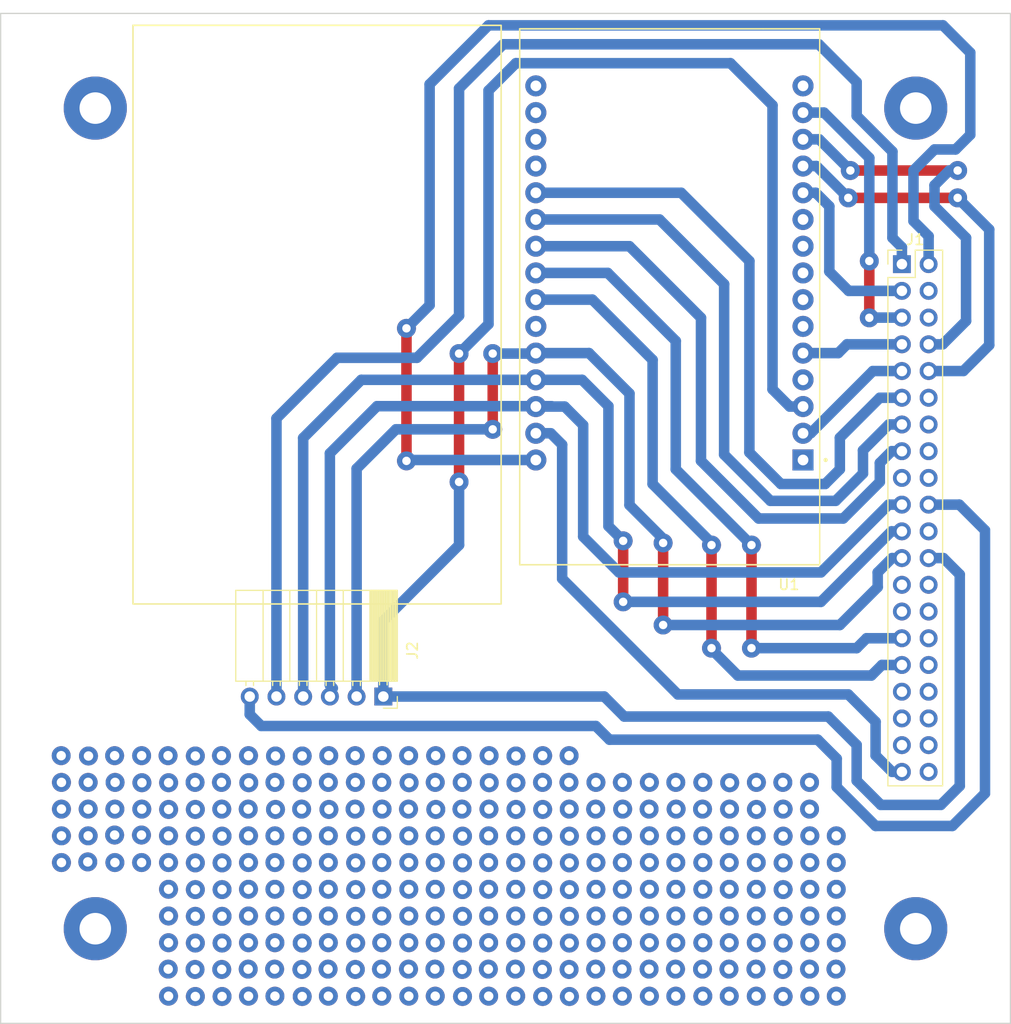
<source format=kicad_pcb>
(kicad_pcb (version 20211014) (generator pcbnew)
  (layers (0 "F.Cu" signal) (31 "B.Cu" signal) (34 "B.Paste" user) (35 "F.Paste" user) (36 "B.SilkS" user "B.Silkscreen") (37 "F.SilkS" user "F.Silkscreen") (38 "B.Mask" user) (39 "F.Mask" user) (44 "Edge.Cuts" user))
  (net 0 "")
  (net 1 "/3.3V")
  (net 2 "/5V")
  (net 3 "/SDA")
  (net 5 "/SCL")
  (net 6 "/GND")
  (net 8 "/TX0")
  (net 9 "/RX0")
  (net 10 "/M0")
  (net 12 "/M1")
  (net 13 "/AUX")
  (net 16 "/MOSI")
  (net 17 "/MISO")
  (net 19 "/SCK")
  (net 20 "/CS")
  (net 24 "/LED1")
  (net 25 "/LED2")
  (net 30 "/INT")
  (footprint "Connector_PinSocket_2.54mm:PinSocket_1x06_P2.54mm_Horizontal" (layer "F.Cu") (at 132.2 103.6 -90)
    (fp_text reference "J2" (at -4.38 -2.77 90) (layer "F.SilkS"))
    (fp_text value "Conn_01x06")
    (pad "1" thru_hole rect (at 0 0 270) (size 1.7 1.7) (drill 1) (layers *.Cu *.Mask) (net 20 "/CS"))
    (pad "2" thru_hole oval (at 0 2.54 270) (size 1.7 1.7) (drill 1) (layers *.Cu *.Mask) (net 19 "/SCK"))
    (pad "3" thru_hole oval (at 0 5.08 270) (size 1.7 1.7) (drill 1) (layers *.Cu *.Mask) (net 16 "/MOSI"))
    (pad "4" thru_hole oval (at 0 7.62 270) (size 1.7 1.7) (drill 1) (layers *.Cu *.Mask) (net 17 "/MISO"))
    (pad "5" thru_hole oval (at 0 10.16 270) (size 1.7 1.7) (drill 1) (layers *.Cu *.Mask) (net 1 "/3.3V"))
    (pad "6" thru_hole oval (at 0 12.7 270) (size 1.7 1.7) (drill 1) (layers *.Cu *.Mask) (net 6 "/GND"))
  )
  (footprint "Guilherme:ESP32_DEVKIT_V1_sem" (layer "F.Cu") (at 159.4 65.6 180)
    (fp_text reference "U1" (at -11.355 -27.36 180) (layer "F.SilkS"))
    (fp_text value "ESP32-DEVKIT-V1")
    (pad "1" thru_hole rect (at -12.7 -15.515 180) (size 2 2) (drill 1.02) (layers *.Cu *.Mask))
    (pad "2" thru_hole circle (at -12.7 -12.975 180) (size 2 2) (drill 1.02) (layers *.Cu *.Mask) (net 6 "/GND"))
    (pad "3" thru_hole circle (at -12.7 -10.435 180) (size 2 2) (drill 1.02) (layers *.Cu *.Mask) (net 20 "/CS"))
    (pad "4" thru_hole circle (at -12.7 -7.895 180) (size 2 2) (drill 1.02) (layers *.Cu *.Mask))
    (pad "5" thru_hole circle (at -12.7 -5.355 180) (size 2 2) (drill 1.02) (layers *.Cu *.Mask) (net 30 "/INT"))
    (pad "6" thru_hole circle (at -12.7 -2.815 180) (size 2 2) (drill 1.02) (layers *.Cu *.Mask))
    (pad "7" thru_hole circle (at -12.7 -0.275 180) (size 2 2) (drill 1.02) (layers *.Cu *.Mask))
    (pad "8" thru_hole circle (at -12.7 2.265 180) (size 2 2) (drill 1.02) (layers *.Cu *.Mask))
    (pad "9" thru_hole circle (at -12.7 4.805 180) (size 2 2) (drill 1.02) (layers *.Cu *.Mask))
    (pad "10" thru_hole circle (at -12.7 7.345 180) (size 2 2) (drill 1.02) (layers *.Cu *.Mask))
    (pad "11" thru_hole circle (at -12.7 9.885 180) (size 2 2) (drill 1.02) (layers *.Cu *.Mask) (net 3 "/SDA"))
    (pad "12" thru_hole circle (at -12.7 12.425 180) (size 2 2) (drill 1.02) (layers *.Cu *.Mask) (net 9 "/RX0"))
    (pad "13" thru_hole circle (at -12.7 14.965 180) (size 2 2) (drill 1.02) (layers *.Cu *.Mask) (net 8 "/TX0"))
    (pad "14" thru_hole circle (at -12.7 17.505 180) (size 2 2) (drill 1.02) (layers *.Cu *.Mask) (net 5 "/SCL"))
    (pad "15" thru_hole circle (at -12.7 20.045 180) (size 2 2) (drill 1.02) (layers *.Cu *.Mask))
    (pad "16" thru_hole circle (at 12.7 20.045 180) (size 2 2) (drill 1.02) (layers *.Cu *.Mask))
    (pad "17" thru_hole circle (at 12.7 17.505 180) (size 2 2) (drill 1.02) (layers *.Cu *.Mask))
    (pad "18" thru_hole circle (at 12.7 14.965 180) (size 2 2) (drill 1.02) (layers *.Cu *.Mask))
    (pad "19" thru_hole circle (at 12.7 12.425 180) (size 2 2) (drill 1.02) (layers *.Cu *.Mask))
    (pad "20" thru_hole circle (at 12.7 9.885 180) (size 2 2) (drill 1.02) (layers *.Cu *.Mask) (net 13 "/AUX"))
    (pad "21" thru_hole circle (at 12.7 7.345 180) (size 2 2) (drill 1.02) (layers *.Cu *.Mask) (net 10 "/M0"))
    (pad "22" thru_hole circle (at 12.7 4.805 180) (size 2 2) (drill 1.02) (layers *.Cu *.Mask) (net 12 "/M1"))
    (pad "23" thru_hole circle (at 12.7 2.265 180) (size 2 2) (drill 1.02) (layers *.Cu *.Mask) (net 24 "/LED1"))
    (pad "24" thru_hole circle (at 12.7 -0.275 180) (size 2 2) (drill 1.02) (layers *.Cu *.Mask) (net 25 "/LED2"))
    (pad "25" thru_hole circle (at 12.7 -2.815 180) (size 2 2) (drill 1.02) (layers *.Cu *.Mask))
    (pad "26" thru_hole circle (at 12.7 -5.355 180) (size 2 2) (drill 1.02) (layers *.Cu *.Mask) (net 19 "/SCK"))
    (pad "27" thru_hole circle (at 12.7 -7.895 180) (size 2 2) (drill 1.02) (layers *.Cu *.Mask) (net 17 "/MISO"))
    (pad "28" thru_hole circle (at 12.7 -10.435 180) (size 2 2) (drill 1.02) (layers *.Cu *.Mask) (net 16 "/MOSI"))
    (pad "29" thru_hole circle (at 12.7 -12.975 180) (size 2 2) (drill 1.02) (layers *.Cu *.Mask) (net 6 "/GND"))
    (pad "30" thru_hole circle (at 12.7 -15.515 180) (size 2 2) (drill 1.02) (layers *.Cu *.Mask) (net 2 "/5V"))
  )
  (footprint "Guilherme:OBSAT-Board" (layer "F.Cu") (at 181.5 62.5)
    (fp_text reference "J1" (at 1.27 -2.33) (layer "F.SilkS"))
    (fp_text value "Conn_02x20_Odd_Even")
    (fp_line (start 10.318 72.167) (end -85.682 72.167) (layer "Edge.Cuts") (width 0.12))
    (fp_line (start -85.682 -23.833) (end -85.682 72.167) (layer "Edge.Cuts") (width 0.12))
    (fp_line (start -85.682 -23.833) (end 10.318 -23.833) (layer "Edge.Cuts") (width 0.12))
    (fp_line (start 10.318 -23.833) (end 10.318 72.167) (layer "Edge.Cuts") (width 0.12))
    (pad "" thru_hole circle (at -76.682 63.167) (size 6 6) (drill 3) (layers *.Cu *.Mask))
    (pad "" thru_hole circle (at 1.318 -14.833) (size 6 6) (drill 3) (layers *.Cu *.Mask))
    (pad "" thru_hole circle (at 1.318 63.167) (size 6 6) (drill 3) (layers *.Cu *.Mask))
    (pad "" thru_hole circle (at -76.682 -14.833) (size 6 6) (drill 3) (layers *.Cu *.Mask))
    (pad "1" thru_hole rect (at 0 0) (size 1.7 1.7) (drill 1) (layers *.Cu *.Mask) (net 1 "/3.3V"))
    (pad "2" thru_hole oval (at 2.54 0) (size 1.7 1.7) (drill 1) (layers *.Cu *.Mask) (net 2 "/5V"))
    (pad "3" thru_hole oval (at 0 2.54) (size 1.7 1.7) (drill 1) (layers *.Cu *.Mask) (net 3 "/SDA"))
    (pad "4" thru_hole oval (at 2.54 2.54) (size 1.7 1.7) (drill 1) (layers *.Cu *.Mask))
    (pad "5" thru_hole oval (at 0 5.08) (size 1.7 1.7) (drill 1) (layers *.Cu *.Mask) (net 5 "/SCL"))
    (pad "6" thru_hole oval (at 2.54 5.08) (size 1.7 1.7) (drill 1) (layers *.Cu *.Mask) (net 6 "/GND"))
    (pad "7" thru_hole oval (at 0 7.62) (size 1.7 1.7) (drill 1) (layers *.Cu *.Mask) (net 30 "/INT"))
    (pad "8" thru_hole oval (at 2.54 7.62) (size 1.7 1.7) (drill 1) (layers *.Cu *.Mask) (net 8 "/TX0"))
    (pad "9" thru_hole oval (at 0 10.16) (size 1.7 1.7) (drill 1) (layers *.Cu *.Mask) (net 6 "/GND"))
    (pad "10" thru_hole oval (at 2.54 10.16) (size 1.7 1.7) (drill 1) (layers *.Cu *.Mask) (net 9 "/RX0"))
    (pad "11" thru_hole oval (at 0 12.7) (size 1.7 1.7) (drill 1) (layers *.Cu *.Mask) (net 13 "/AUX"))
    (pad "12" thru_hole oval (at 2.54 12.7) (size 1.7 1.7) (drill 1) (layers *.Cu *.Mask))
    (pad "13" thru_hole oval (at 0 15.24) (size 1.7 1.7) (drill 1) (layers *.Cu *.Mask) (net 10 "/M0"))
    (pad "14" thru_hole oval (at 2.54 15.24) (size 1.7 1.7) (drill 1) (layers *.Cu *.Mask) (net 6 "/GND"))
    (pad "15" thru_hole oval (at 0 17.78) (size 1.7 1.7) (drill 1) (layers *.Cu *.Mask) (net 12 "/M1"))
    (pad "16" thru_hole oval (at 2.54 17.78) (size 1.7 1.7) (drill 1) (layers *.Cu *.Mask))
    (pad "17" thru_hole oval (at 0 20.32) (size 1.7 1.7) (drill 1) (layers *.Cu *.Mask) (net 1 "/3.3V"))
    (pad "18" thru_hole oval (at 2.54 20.32) (size 1.7 1.7) (drill 1) (layers *.Cu *.Mask))
    (pad "19" thru_hole oval (at 0 22.86) (size 1.7 1.7) (drill 1) (layers *.Cu *.Mask) (net 16 "/MOSI"))
    (pad "20" thru_hole oval (at 2.54 22.86) (size 1.7 1.7) (drill 1) (layers *.Cu *.Mask) (net 6 "/GND"))
    (pad "21" thru_hole oval (at 0 25.4) (size 1.7 1.7) (drill 1) (layers *.Cu *.Mask) (net 17 "/MISO"))
    (pad "22" thru_hole oval (at 2.54 25.4) (size 1.7 1.7) (drill 1) (layers *.Cu *.Mask))
    (pad "23" thru_hole oval (at 0 27.94) (size 1.7 1.7) (drill 1) (layers *.Cu *.Mask) (net 19 "/SCK"))
    (pad "24" thru_hole oval (at 2.54 27.94) (size 1.7 1.7) (drill 1) (layers *.Cu *.Mask) (net 20 "/CS"))
    (pad "25" thru_hole oval (at 0 30.48) (size 1.7 1.7) (drill 1) (layers *.Cu *.Mask) (net 6 "/GND"))
    (pad "26" thru_hole oval (at 2.54 30.48) (size 1.7 1.7) (drill 1) (layers *.Cu *.Mask))
    (pad "27" thru_hole oval (at 0 33.02) (size 1.7 1.7) (drill 1) (layers *.Cu *.Mask))
    (pad "28" thru_hole oval (at 2.54 33.02) (size 1.7 1.7) (drill 1) (layers *.Cu *.Mask))
    (pad "29" thru_hole oval (at 0 35.56) (size 1.7 1.7) (drill 1) (layers *.Cu *.Mask) (net 24 "/LED1"))
    (pad "30" thru_hole oval (at 2.54 35.56) (size 1.7 1.7) (drill 1) (layers *.Cu *.Mask) (net 6 "/GND"))
    (pad "31" thru_hole oval (at 0 38.1) (size 1.7 1.7) (drill 1) (layers *.Cu *.Mask) (net 25 "/LED2"))
    (pad "32" thru_hole oval (at 2.54 38.1) (size 1.7 1.7) (drill 1) (layers *.Cu *.Mask))
    (pad "33" thru_hole oval (at 0 40.64) (size 1.7 1.7) (drill 1) (layers *.Cu *.Mask))
    (pad "34" thru_hole oval (at 2.54 40.64) (size 1.7 1.7) (drill 1) (layers *.Cu *.Mask) (net 6 "/GND"))
    (pad "35" thru_hole oval (at 0 43.18) (size 1.7 1.7) (drill 1) (layers *.Cu *.Mask))
    (pad "36" thru_hole oval (at 2.54 43.18) (size 1.7 1.7) (drill 1) (layers *.Cu *.Mask))
    (pad "37" thru_hole oval (at 0 45.72) (size 1.7 1.7) (drill 1) (layers *.Cu *.Mask))
    (pad "38" thru_hole oval (at 2.54 45.72) (size 1.7 1.7) (drill 1) (layers *.Cu *.Mask))
    (pad "39" thru_hole oval (at 0 48.26) (size 1.7 1.7) (drill 1) (layers *.Cu *.Mask) (net 6 "/GND"))
    (pad "40" thru_hole oval (at 2.54 48.26) (size 1.7 1.7) (drill 1) (layers *.Cu *.Mask))
  )
  (gr_rect (start 108.4 39.8) (end 143.4 94.8) (layer "F.SilkS") (width 0.15) (fill none))
  (via (at 147.32 129.54) (size 1.8) (drill 0.9) (layers "F.Cu" "B.Cu") (net 0))
  (via (at 106.699538 111.76) (size 1.8) (drill 0.9) (layers "F.Cu" "B.Cu") (net 0))
  (via (at 139.7 129.54) (size 1.8) (drill 0.9) (layers "F.Cu" "B.Cu") (net 0))
  (via (at 114.302791 111.76) (size 1.8) (drill 0.9) (layers "F.Cu" "B.Cu") (net 0))
  (via (at 139.728804 132.110783) (size 1.8) (drill 0.9) (layers "F.Cu" "B.Cu") (net 0))
  (via (at 121.948804 114.330783) (size 1.8) (drill 0.9) (layers "F.Cu" "B.Cu") (net 0))
  (via (at 172.72 114.3) (size 1.8) (drill 0.9) (layers "F.Cu" "B.Cu") (net 0))
  (via (at 137.188804 114.330783) (size 1.8) (drill 0.9) (layers "F.Cu" "B.Cu") (net 0))
  (via (at 142.214879 124.46) (size 1.8) (drill 0.9) (layers "F.Cu" "B.Cu") (net 0))
  (via (at 114.328804 132.110783) (size 1.8) (drill 0.9) (layers "F.Cu" "B.Cu") (net 0))
  (via (at 104.14 114.3) (size 1.8) (drill 0.9) (layers "F.Cu" "B.Cu") (net 0))
  (via (at 160.006044 111.76) (size 1.8) (drill 0.9) (layers "F.Cu" "B.Cu") (net 0))
  (via (at 119.353987 129.509217) (size 1.8) (drill 0.9) (layers "F.Cu" "B.Cu") (net 0))
  (via (at 154.926044 116.84) (size 1.8) (drill 0.9) (layers "F.Cu" "B.Cu") (net 0))
  (via (at 142.268804 111.790783) (size 1.8) (drill 0.9) (layers "F.Cu" "B.Cu") (net 0))
  (via (at 134.622791 127) (size 1.8) (drill 0.9) (layers "F.Cu" "B.Cu") (net 0))
  (via (at 167.653956 132.08) (size 1.8) (drill 0.9) (layers "F.Cu" "B.Cu") (net 0))
  (via (at 154.926044 111.76) (size 1.8) (drill 0.9) (layers "F.Cu" "B.Cu") (net 0))
  (via (at 124.488804 109.250783) (size 1.8) (drill 0.9) (layers "F.Cu" "B.Cu") (net 0))
  (via (at 104.103221 119.317317) (size 1.8) (drill 0.9) (layers "F.Cu" "B.Cu") (net 0))
  (via (at 162.573956 121.92) (size 1.8) (drill 0.9) (layers "F.Cu" "B.Cu") (net 0))
  (via (at 134.594879 114.3) (size 1.8) (drill 0.9) (layers "F.Cu" "B.Cu") (net 0))
  (via (at 162.573956 127) (size 1.8) (drill 0.9) (layers "F.Cu" "B.Cu") (net 0))
  (via (at 157.493956 121.92) (size 1.8) (drill 0.9) (layers "F.Cu" "B.Cu") (net 0))
  (via (at 154.926044 121.92) (size 1.8) (drill 0.9) (layers "F.Cu" "B.Cu") (net 0))
  (via (at 132.054879 127) (size 1.8) (drill 0.9) (layers "F.Cu" "B.Cu") (net 0))
  (via (at 165.086044 116.84) (size 1.8) (drill 0.9) (layers "F.Cu" "B.Cu") (net 0))
  (via (at 167.653956 127) (size 1.8) (drill 0.9) (layers "F.Cu" "B.Cu") (net 0))
  (via (at 160.006044 121.92) (size 1.8) (drill 0.9) (layers "F.Cu" "B.Cu") (net 0))
  (via (at 170.208804 127.030783) (size 1.8) (drill 0.9) (layers "F.Cu" "B.Cu") (net 0))
  (via (at 160.006044 132.08) (size 1.8) (drill 0.9) (layers "F.Cu" "B.Cu") (net 0))
  (via (at 167.667912 111.76) (size 1.8) (drill 0.9) (layers "F.Cu" "B.Cu") (net 0))
  (via (at 170.18 111.76) (size 1.8) (drill 0.9) (layers "F.Cu" "B.Cu") (net 0))
  (via (at 111.734879 109.22) (size 1.8) (drill 0.9) (layers "F.Cu" "B.Cu") (net 0))
  (via (at 149.888804 124.490783) (size 1.8) (drill 0.9) (layers "F.Cu" "B.Cu") (net 0))
  (via (at 121.894879 121.92) (size 1.8) (drill 0.9) (layers "F.Cu" "B.Cu") (net 0))
  (via (at 139.728804 124.490783) (size 1.8) (drill 0.9) (layers "F.Cu" "B.Cu") (net 0))
  (via (at 172.747912 116.84) (size 1.8) (drill 0.9) (layers "F.Cu" "B.Cu") (net 0))
  (via (at 121.894879 127) (size 1.8) (drill 0.9) (layers "F.Cu" "B.Cu") (net 0))
  (via (at 149.888804 116.870783) (size 1.8) (drill 0.9) (layers "F.Cu" "B.Cu") (net 0))
  (via (at 119.382791 132.08) (size 1.8) (drill 0.9) (layers "F.Cu" "B.Cu") (net 0))
  (via (at 162.546044 114.3) (size 1.8) (drill 0.9) (layers "F.Cu" "B.Cu") (net 0))
  (via (at 109.22 119.38) (size 1.8) (drill 0.9) (layers "F.Cu" "B.Cu") (net 0))
  (via (at 149.888804 119.410783) (size 1.8) (drill 0.9) (layers "F.Cu" "B.Cu") (net 0))
  (via (at 111.788804 114.330783) (size 1.8) (drill 0.9) (layers "F.Cu" "B.Cu") (net 0))
  (via (at 175.26 121.92) (size 1.8) (drill 0.9) (layers "F.Cu" "B.Cu") (net 0))
  (via (at 165.086044 119.38) (size 1.8) (drill 0.9) (layers "F.Cu" "B.Cu") (net 0))
  (via (at 172.747912 124.46) (size 1.8) (drill 0.9) (layers "F.Cu" "B.Cu") (net 0))
  (via (at 157.493956 124.46) (size 1.8) (drill 0.9) (layers "F.Cu" "B.Cu") (net 0))
  (via (at 144.753987 129.509217) (size 1.8) (drill 0.9) (layers "F.Cu" "B.Cu") (net 0))
  (via (at 106.655183 116.765355) (size 1.8) (drill 0.9) (layers "F.Cu" "B.Cu") (net 0))
  (via (at 165.086044 132.08) (size 1.8) (drill 0.9) (layers "F.Cu" "B.Cu") (net 0))
  (via (at 101.6 119.38) (size 1.8) (drill 0.9) (layers "F.Cu" "B.Cu") (net 0))
  (via (at 126.974879 127) (size 1.8) (drill 0.9) (layers "F.Cu" "B.Cu") (net 0))
  (via (at 127.013956 109.22) (size 1.8) (drill 0.9) (layers "F.Cu" "B.Cu") (net 0))
  (via (at 165.128804 111.790783) (size 1.8) (drill 0.9) (layers "F.Cu" "B.Cu") (net 0))
  (via (at 132.054879 116.84) (size 1.8) (drill 0.9) (layers "F.Cu" "B.Cu") (net 0))
  (via (at 172.719108 129.509217) (size 1.8) (drill 0.9) (layers "F.Cu" "B.Cu") (net 0))
  (via (at 104.14 111.76) (size 1.8) (drill 0.9) (layers "F.Cu" "B.Cu") (net 0))
  (via (at 139.728804 116.870783) (size 1.8) (drill 0.9) (layers "F.Cu" "B.Cu") (net 0))
  (via (at 119.382791 121.92) (size 1.8) (drill 0.9) (layers "F.Cu" "B.Cu") (net 0))
  (via (at 129.568804 127.030783) (size 1.8) (drill 0.9) (layers "F.Cu" "B.Cu") (net 0))
  (via (at 124.488804 119.410783) (size 1.8) (drill 0.9) (layers "F.Cu" "B.Cu") (net 0))
  (via (at 129.568804 119.410783) (size 1.8) (drill 0.9) (layers "F.Cu" "B.Cu") (net 0))
  (via (at 159.97724 129.509217) (size 1.8) (drill 0.9) (layers "F.Cu" "B.Cu") (net 0))
  (via (at 162.545152 129.509217) (size 1.8) (drill 0.9) (layers "F.Cu" "B.Cu") (net 0))
  (via (at 172.747912 127) (size 1.8) (drill 0.9) (layers "F.Cu" "B.Cu") (net 0))
  (via (at 167.668804 114.330783) (size 1.8) (drill 0.9) (layers "F.Cu" "B.Cu") (net 0))
  (via (at 134.622791 121.92) (size 1.8) (drill 0.9) (layers "F.Cu" "B.Cu") (net 0))
  (via (at 167.653956 119.38) (size 1.8) (drill 0.9) (layers "F.Cu" "B.Cu") (net 0))
  (via (at 142.186075 129.509217) (size 1.8) (drill 0.9) (layers "F.Cu" "B.Cu") (net 0))
  (via (at 142.253956 109.22) (size 1.8) (drill 0.9) (layers "F.Cu" "B.Cu") (net 0))
  (via (at 116.868804 121.950783) (size 1.8) (drill 0.9) (layers "F.Cu" "B.Cu") (net 0))
  (via (at 116.84 129.54) (size 1.8) (drill 0.9) (layers "F.Cu" "B.Cu") (net 0))
  (via (at 126.974879 116.84) (size 1.8) (drill 0.9) (layers "F.Cu" "B.Cu") (net 0))
  (via (at 134.622791 124.46) (size 1.8) (drill 0.9) (layers "F.Cu" "B.Cu") (net 0))
  (via (at 126.974879 121.92) (size 1.8) (drill 0.9) (layers "F.Cu" "B.Cu") (net 0))
  (via (at 121.894879 116.84) (size 1.8) (drill 0.9) (layers "F.Cu" "B.Cu") (net 0))
  (via (at 119.382791 127) (size 1.8) (drill 0.9) (layers "F.Cu" "B.Cu") (net 0))
  (via (at 175.26 132.08) (size 1.8) (drill 0.9) (layers "F.Cu" "B.Cu") (net 0))
  (via (at 116.814879 109.22) (size 1.8) (drill 0.9) (layers "F.Cu" "B.Cu") (net 0))
  (via (at 106.68 119.38) (size 1.8) (drill 0.9) (layers "F.Cu" "B.Cu") (net 0))
  (via (at 160.006044 124.46) (size 1.8) (drill 0.9) (layers "F.Cu" "B.Cu") (net 0))
  (via (at 172.747912 132.08) (size 1.8) (drill 0.9) (layers "F.Cu" "B.Cu") (net 0))
  (via (at 167.625152 129.509217) (size 1.8) (drill 0.9) (layers "F.Cu" "B.Cu") (net 0))
  (via (at 139.728804 127.030783) (size 1.8) (drill 0.9) (layers "F.Cu" "B.Cu") (net 0))
  (via (at 152.413956 116.84) (size 1.8) (drill 0.9) (layers "F.Cu" "B.Cu") (net 0))
  (via (at 162.573956 124.46) (size 1.8) (drill 0.9) (layers "F.Cu" "B.Cu") (net 0))
  (via (at 175.26 124.46) (size 1.8) (drill 0.9) (layers "F.Cu" "B.Cu") (net 0))
  (via (at 126.974879 111.76) (size 1.8) (drill 0.9) (layers "F.Cu" "B.Cu") (net 0))
  (via (at 160.006044 127) (size 1.8) (drill 0.9) (layers "F.Cu" "B.Cu") (net 0))
  (via (at 124.488804 116.870783) (size 1.8) (drill 0.9) (layers "F.Cu" "B.Cu") (net 0))
  (via (at 149.846044 111.76) (size 1.8) (drill 0.9) (layers "F.Cu" "B.Cu") (net 0))
  (via (at 129.568804 116.870783) (size 1.8) (drill 0.9) (layers "F.Cu" "B.Cu") (net 0))
  (via (at 149.888804 132.110783) (size 1.8) (drill 0.9) (layers "F.Cu" "B.Cu") (net 0))
  (via (at 170.18 129.54) (size 1.8) (drill 0.9) (layers "F.Cu" "B.Cu") (net 0))
  (via (at 170.208804 132.110783) (size 1.8) (drill 0.9) (layers "F.Cu" "B.Cu") (net 0))
  (via (at 167.653956 121.92) (size 1.8) (drill 0.9) (layers "F.Cu" "B.Cu") (net 0))
  (via (at 137.134879 124.46) (size 1.8) (drill 0.9) (layers "F.Cu" "B.Cu") (net 0))
  (via (at 157.493956 119.38) (size 1.8) (drill 0.9) (layers "F.Cu" "B.Cu") (net 0))
  (via (at 165.086044 124.46) (size 1.8) (drill 0.9) (layers "F.Cu" "B.Cu") (net 0))
  (via (at 109.207145 116.765355) (size 1.8) (drill 0.9) (layers "F.Cu" "B.Cu") (net 0))
  (via (at 121.894879 132.08) (size 1.8) (drill 0.9) (layers "F.Cu" "B.Cu") (net 0))
  (via (at 101.6 111.76) (size 1.8) (drill 0.9) (layers "F.Cu" "B.Cu") (net 0))
  (via (at 157.493956 132.08) (size 1.8) (drill 0.9) (layers "F.Cu" "B.Cu") (net 0))
  (via (at 129.526044 109.22) (size 1.8) (drill 0.9) (layers "F.Cu" "B.Cu") (net 0))
  (via (at 175.26 119.38) (size 1.8) (drill 0.9) (layers "F.Cu" "B.Cu") (net 0))
  (via (at 139.728804 121.950783) (size 1.8) (drill 0.9) (layers "F.Cu" "B.Cu") (net 0))
  (via (at 160.006044 116.84) (size 1.8) (drill 0.9) (layers "F.Cu" "B.Cu") (net 0))
  (via (at 132.054879 121.92) (size 1.8) (drill 0.9) (layers "F.Cu" "B.Cu") (net 0))
  (via (at 152.413956 119.38) (size 1.8) (drill 0.9) (layers "F.Cu" "B.Cu") (net 0))
  (via (at 111.779538 127) (size 1.8) (drill 0.9) (layers "F.Cu" "B.Cu") (net 0))
  (via (at 144.782791 121.92) (size 1.8) (drill 0.9) (layers "F.Cu" "B.Cu") (net 0))
  (via (at 157.466044 114.3) (size 1.8) (drill 0.9) (layers "F.Cu" "B.Cu") (net 0))
  (via (at 175.231196 129.509217) (size 1.8) (drill 0.9) (layers "F.Cu" "B.Cu") (net 0))
  (via (at 144.808804 109.250783) (size 1.8) (drill 0.9) (layers "F.Cu" "B.Cu") (net 0))
  (via (at 129.542791 111.76) (size 1.8) (drill 0.9) (layers "F.Cu" "B.Cu") (net 0))
  (via (at 114.328804 116.870783) (size 1.8) (drill 0.9) (layers "F.Cu" "B.Cu") (net 0))
  (via (at 147.348804 121.950783) (size 1.8) (drill 0.9) (layers "F.Cu" "B.Cu") (net 0))
  (via (at 172.747912 121.92) (size 1.8) (drill 0.9) (layers "F.Cu" "B.Cu") (net 0))
  (via (at 124.488804 127.030783) (size 1.8) (drill 0.9) (layers "F.Cu" "B.Cu") (net 0))
  (via (at 160.006044 119.38) (size 1.8) (drill 0.9) (layers "F.Cu" "B.Cu") (net 0))
  (via (at 111.779538 119.38) (size 1.8) (drill 0.9) (layers "F.Cu" "B.Cu") (net 0))
  (via (at 104.14 116.84) (size 1.8) (drill 0.9) (layers "F.Cu" "B.Cu") (net 0))
  (via (at 170.208804 124.490783) (size 1.8) (drill 0.9) (layers "F.Cu" "B.Cu") (net 0))
  (via (at 124.488804 121.950783) (size 1.8) (drill 0.9) (layers "F.Cu" "B.Cu") (net 0))
  (via (at 132.054879 111.76) (size 1.8) (drill 0.9) (layers "F.Cu" "B.Cu") (net 0))
  (via (at 167.653956 124.46) (size 1.8) (drill 0.9) (layers "F.Cu" "B.Cu") (net 0))
  (via (at 114.3 129.54) (size 1.8) (drill 0.9) (layers "F.Cu" "B.Cu") (net 0))
  (via (at 121.894879 111.76) (size 1.8) (drill 0.9) (layers "F.Cu" "B.Cu") (net 0))
  (via (at 126.974879 119.38) (size 1.8) (drill 0.9) (layers "F.Cu" "B.Cu") (net 0))
  (via (at 144.782791 127) (size 1.8) (drill 0.9) (layers "F.Cu" "B.Cu") (net 0))
  (via (at 170.208804 116.870783) (size 1.8) (drill 0.9) (layers "F.Cu" "B.Cu") (net 0))
  (via (at 137.134879 121.92) (size 1.8) (drill 0.9) (layers "F.Cu" "B.Cu") (net 0))
  (via (at 119.382791 124.46) (size 1.8) (drill 0.9) (layers "F.Cu" "B.Cu") (net 0))
  (via (at 116.868804 124.490783) (size 1.8) (drill 0.9) (layers "F.Cu" "B.Cu") (net 0))
  (via (at 152.413956 124.46) (size 1.8) (drill 0.9) (layers "F.Cu" "B.Cu") (net 0))
  (via (at 162.573956 132.08) (size 1.8) (drill 0.9) (layers "F.Cu" "B.Cu") (net 0))
  (via (at 101.574879 109.22) (size 1.8) (drill 0.9) (layers "F.Cu" "B.Cu") (net 0))
  (via (at 111.779538 121.92) (size 1.8) (drill 0.9) (layers "F.Cu" "B.Cu") (net 0))
  (via (at 116.868804 132.110783) (size 1.8) (drill 0.9) (layers "F.Cu" "B.Cu") (net 0))
  (via (at 152.413956 127) (size 1.8) (drill 0.9) (layers "F.Cu" "B.Cu") (net 0))
  (via (at 147.348804 116.870783) (size 1.8) (drill 0.9) (layers "F.Cu" "B.Cu") (net 0))
  (via (at 142.242791 114.3) (size 1.8) (drill 0.9) (layers "F.Cu" "B.Cu") (net 0))
  (via (at 132.054879 132.08) (size 1.8) (drill 0.9) (layers "F.Cu" "B.Cu") (net 0))
  (via (at 134.622791 119.38) (size 1.8) (drill 0.9) (layers "F.Cu" "B.Cu") (net 0))
  (via (at 147.348804 132.110783) (size 1.8) (drill 0.9) (layers "F.Cu" "B.Cu") (net 0))
  (via (at 157.493956 111.76) (size 1.8) (drill 0.9) (layers "F.Cu" "B.Cu") (net 0))
  (via (at 104.168804 109.250783) (size 1.8) (drill 0.9) (layers "F.Cu" "B.Cu") (net 0))
  (via (at 154.89724 129.509217) (size 1.8) (drill 0.9) (layers "F.Cu" "B.Cu") (net 0))
  (via (at 154.926044 132.08) (size 1.8) (drill 0.9) (layers "F.Cu" "B.Cu") (net 0))
  (via (at 134.606044 109.22) (size 1.8) (drill 0.9) (layers "F.Cu" "B.Cu") (net 0))
  (via (at 137.134879 119.38) (size 1.8) (drill 0.9) (layers "F.Cu" "B.Cu") (net 0))
  (via (at 157.493956 127) (size 1.8) (drill 0.9) (layers "F.Cu" "B.Cu") (net 0))
  (via (at 121.894879 124.46) (size 1.8) (drill 0.9) (layers "F.Cu" "B.Cu") (net 0))
  (via (at 147.348804 127.030783) (size 1.8) (drill 0.9) (layers "F.Cu" "B.Cu") (net 0))
  (via (at 165.086044 121.92) (size 1.8) (drill 0.9) (layers "F.Cu" "B.Cu") (net 0))
  (via (at 129.568804 121.950783) (size 1.8) (drill 0.9) (layers "F.Cu" "B.Cu") (net 0))
  (via (at 170.208804 119.410783) (size 1.8) (drill 0.9) (layers "F.Cu" "B.Cu") (net 0))
  (via (at 149.873956 114.3) (size 1.8) (drill 0.9) (layers "F.Cu" "B.Cu") (net 0))
  (via (at 126.974879 132.08) (size 1.8) (drill 0.9) (layers "F.Cu" "B.Cu") (net 0))
  (via (at 109.222791 109.22) (size 1.8) (drill 0.9) (layers "F.Cu" "B.Cu") (net 0))
  (via (at 165.05724 129.509217) (size 1.8) (drill 0.9) (layers "F.Cu" "B.Cu") (net 0))
  (via (at 154.926044 124.46) (size 1.8) (drill 0.9) (layers "F.Cu" "B.Cu") (net 0))
  (via (at 165.086044 127) (size 1.8) (drill 0.9) (layers "F.Cu" "B.Cu") (net 0))
  (via (at 165.113956 114.3) (size 1.8) (drill 0.9) (layers "F.Cu" "B.Cu") (net 0))
  (via (at 116.814879 111.76) (size 1.8) (drill 0.9) (layers "F.Cu" "B.Cu") (net 0))
  (via (at 134.648804 111.790783) (size 1.8) (drill 0.9) (layers "F.Cu" "B.Cu") (net 0))
  (via (at 172.747912 119.38) (size 1.8) (drill 0.9) (layers "F.Cu" "B.Cu") (net 0))
  (via (at 137.173956 109.22) (size 1.8) (drill 0.9) (layers "F.Cu" "B.Cu") (net 0))
  (via (at 144.782791 116.84) (size 1.8) (drill 0.9) (layers "F.Cu" "B.Cu") (net 0))
  (via (at 129.54 129.54) (size 1.8) (drill 0.9) (layers "F.Cu" "B.Cu") (net 0))
  (via (at 124.488804 124.490783) (size 1.8) (drill 0.9) (layers "F.Cu" "B.Cu") (net 0))
  (via (at 111.750734 129.509217) (size 1.8) (drill 0.9) (layers "F.Cu" "B.Cu") (net 0))
  (via (at 142.214879 127) (size 1.8) (drill 0.9) (layers "F.Cu" "B.Cu") (net 0))
  (via (at 137.134879 132.08) (size 1.8) (drill 0.9) (layers "F.Cu" "B.Cu") (net 0))
  (via (at 134.593987 129.509217) (size 1.8) (drill 0.9) (layers "F.Cu" "B.Cu") (net 0))
  (via (at 147.347912 109.22) (size 1.8) (drill 0.9) (layers "F.Cu" "B.Cu") (net 0))
  (via (at 114.328804 109.250783) (size 1.8) (drill 0.9) (layers "F.Cu" "B.Cu") (net 0))
  (via (at 101.6 114.3) (size 1.8) (drill 0.9) (layers "F.Cu" "B.Cu") (net 0))
  (via (at 152.413956 111.76) (size 1.8) (drill 0.9) (layers "F.Cu" "B.Cu") (net 0))
  (via (at 111.779538 124.46) (size 1.8) (drill 0.9) (layers "F.Cu" "B.Cu") (net 0))
  (via (at 144.782791 124.46) (size 1.8) (drill 0.9) (layers "F.Cu" "B.Cu") (net 0))
  (via (at 119.382791 116.84) (size 1.8) (drill 0.9) (layers "F.Cu" "B.Cu") (net 0))
  (via (at 170.208804 121.950783) (size 1.8) (drill 0.9) (layers "F.Cu" "B.Cu") (net 0))
  (via (at 114.328804 119.410783) (size 1.8) (drill 0.9) (layers "F.Cu" "B.Cu") (net 0))
  (via (at 157.465152 129.509217) (size 1.8) (drill 0.9) (layers "F.Cu" "B.Cu") (net 0))
  (via (at 126.946075 129.509217) (size 1.8) (drill 0.9) (layers "F.Cu" "B.Cu") (net 0))
  (via (at 137.134879 127) (size 1.8) (drill 0.9) (layers "F.Cu" "B.Cu") (net 0))
  (via (at 114.328804 121.950783) (size 1.8) (drill 0.9) (layers "F.Cu" "B.Cu") (net 0))
  (via (at 111.788804 111.790783) (size 1.8) (drill 0.9) (layers "F.Cu" "B.Cu") (net 0))
  (via (at 106.68 114.3) (size 1.8) (drill 0.9) (layers "F.Cu" "B.Cu") (net 0))
  (via (at 111.779538 116.84) (size 1.8) (drill 0.9) (layers "F.Cu" "B.Cu") (net 0))
  (via (at 149.86 129.54) (size 1.8) (drill 0.9) (layers "F.Cu" "B.Cu") (net 0))
  (via (at 160.033956 114.3) (size 1.8) (drill 0.9) (layers "F.Cu" "B.Cu") (net 0))
  (via (at 149.888804 127.030783) (size 1.8) (drill 0.9) (layers "F.Cu" "B.Cu") (net 0))
  (via (at 172.72 111.76) (size 1.8) (drill 0.9) (layers "F.Cu" "B.Cu") (net 0))
  (via (at 147.348804 119.410783) (size 1.8) (drill 0.9) (layers "F.Cu" "B.Cu") (net 0))
  (via (at 114.328804 127.030783) (size 1.8) (drill 0.9) (layers "F.Cu" "B.Cu") (net 0))
  (via (at 129.568804 132.110783) (size 1.8) (drill 0.9) (layers "F.Cu" "B.Cu") (net 0))
  (via (at 129.514879 114.3) (size 1.8) (drill 0.9) (layers "F.Cu" "B.Cu") (net 0))
  (via (at 139.674879 114.3) (size 1.8) (drill 0.9) (layers "F.Cu" "B.Cu") (net 0))
  (via (at 109.239538 114.3) (size 1.8) (drill 0.9) (layers "F.Cu" "B.Cu") (net 0))
  (via (at 121.894879 119.38) (size 1.8) (drill 0.9) (layers "F.Cu" "B.Cu") (net 0))
  (via (at 167.653956 116.84) (size 1.8) (drill 0.9) (layers "F.Cu" "B.Cu") (net 0))
  (via (at 119.382791 119.38) (size 1.8) (drill 0.9) (layers "F.Cu" "B.Cu") (net 0))
  (via (at 137.134879 111.76) (size 1.8) (drill 0.9) (layers "F.Cu" "B.Cu") (net 0))
  (via (at 152.385152 129.509217) (size 1.8) (drill 0.9) (layers "F.Cu" "B.Cu") (net 0))
  (via (at 132.093956 109.22) (size 1.8) (drill 0.9) (layers "F.Cu" "B.Cu") (net 0))
  (via (at 139.686044 109.22) (size 1.8) (drill 0.9) (layers "F.Cu" "B.Cu") (net 0))
  (via (at 175.26 116.84) (size 1.8) (drill 0.9) (layers "F.Cu" "B.Cu") (net 0))
  (via (at 134.622791 132.08) (size 1.8) (drill 0.9) (layers "F.Cu" "B.Cu") (net 0))
  (via (at 116.868804 116.870783) (size 1.8) (drill 0.9) (layers "F.Cu" "B.Cu") (net 0))
  (via (at 144.782791 119.38) (size 1.8) (drill 0.9) (layers "F.Cu" "B.Cu") (net 0))
  (via (at 132.026075 129.509217) (size 1.8) (drill 0.9) (layers "F.Cu" "B.Cu") (net 0))
  (via (at 139.702791 111.76) (size 1.8) (drill 0.9) (layers "F.Cu" "B.Cu") (net 0))
  (via (at 152.386044 114.3) (size 1.8) (drill 0.9) (layers "F.Cu" "B.Cu") (net 0))
  (via (at 142.214879 119.38) (size 1.8) (drill 0.9) (layers "F.Cu" "B.Cu") (net 0))
  (via (at 132.082791 114.3) (size 1.8) (drill 0.9) (layers "F.Cu" "B.Cu") (net 0))
  (via (at 154.926044 127) (size 1.8) (drill 0.9) (layers "F.Cu" "B.Cu") (net 0))
  (via (at 162.573956 111.76) (size 1.8) (drill 0.9) (layers "F.Cu" "B.Cu") (net 0))
  (via (at 116.868804 119.410783) (size 1.8) (drill 0.9) (layers "F.Cu" "B.Cu") (net 0))
  (via (at 132.054879 119.38) (size 1.8) (drill 0.9) (layers "F.Cu" "B.Cu") (net 0))
  (via (at 142.214879 116.84) (size 1.8) (drill 0.9) (layers "F.Cu" "B.Cu") (net 0))
  (via (at 142.214879 132.08) (size 1.8) (drill 0.9) (layers "F.Cu" "B.Cu") (net 0))
  (via (at 144.782791 132.08) (size 1.8) (drill 0.9) (layers "F.Cu" "B.Cu") (net 0))
  (via (at 126.974879 124.46) (size 1.8) (drill 0.9) (layers "F.Cu" "B.Cu") (net 0))
  (via (at 111.779538 132.08) (size 1.8) (drill 0.9) (layers "F.Cu" "B.Cu") (net 0))
  (via (at 147.348804 114.330783) (size 1.8) (drill 0.9) (layers "F.Cu" "B.Cu") (net 0))
  (via (at 121.866075 129.509217) (size 1.8) (drill 0.9) (layers "F.Cu" "B.Cu") (net 0))
  (via (at 154.926044 119.38) (size 1.8) (drill 0.9) (layers "F.Cu" "B.Cu") (net 0))
  (via (at 149.888804 121.950783) (size 1.8) (drill 0.9) (layers "F.Cu" "B.Cu") (net 0))
  (via (at 119.408804 111.790783) (size 1.8) (drill 0.9) (layers "F.Cu" "B.Cu") (net 0))
  (via (at 116.842791 114.3) (size 1.8) (drill 0.9) (layers "F.Cu" "B.Cu") (net 0))
  (via (at 129.568804 124.490783) (size 1.8) (drill 0.9) (layers "F.Cu" "B.Cu") (net 0))
  (via (at 144.808804 111.790783) (size 1.8) (drill 0.9) (layers "F.Cu" "B.Cu") (net 0))
  (via (at 137.106075 129.509217) (size 1.8) (drill 0.9) (layers "F.Cu" "B.Cu") (net 0))
  (via (at 142.214879 121.92) (size 1.8) (drill 0.9) (layers "F.Cu" "B.Cu") (net 0))
  (via (at 116.868804 127.030783) (size 1.8) (drill 0.9) (layers "F.Cu" "B.Cu") (net 0))
  (via (at 109.248804 111.790783) (size 1.8) (drill 0.9) (layers "F.Cu" "B.Cu") (net 0))
  (via (at 101.6 116.84) (size 1.8) (drill 0.9) (layers "F.Cu" "B.Cu") (net 0))
  (via (at 152.413956 121.92) (size 1.8) (drill 0.9) (layers "F.Cu" "B.Cu") (net 0))
  (via (at 121.948804 109.250783) (size 1.8) (drill 0.9) (layers "F.Cu" "B.Cu") (net 0))
  (via (at 162.573956 116.84) (size 1.8) (drill 0.9) (layers "F.Cu" "B.Cu") (net 0))
  (via (at 124.488804 111.790783) (size 1.8) (drill 0.9) (layers "F.Cu" "B.Cu") (net 0))
  (via (at 106.654879 109.22) (size 1.8) (drill 0.9) (layers "F.Cu" "B.Cu") (net 0))
  (via (at 147.348804 124.490783) (size 1.8) (drill 0.9) (layers "F.Cu" "B.Cu") (net 0))
  (via (at 144.808804 114.330783) (size 1.8) (drill 0.9) (layers "F.Cu" "B.Cu") (net 0))
  (via (at 124.434879 114.3) (size 1.8) (drill 0.9) (layers "F.Cu" "B.Cu") (net 0))
  (via (at 132.054879 124.46) (size 1.8) (drill 0.9) (layers "F.Cu" "B.Cu") (net 0))
  (via (at 147.333956 111.76) (size 1.8) (drill 0.9) (layers "F.Cu" "B.Cu") (net 0))
  (via (at 154.953956 114.3) (size 1.8) (drill 0.9) (layers "F.Cu" "B.Cu") (net 0))
  (via (at 119.354879 114.3) (size 1.8) (drill 0.9) (layers "F.Cu" "B.Cu") (net 0))
  (via (at 175.26 127) (size 1.8) (drill 0.9) (layers "F.Cu" "B.Cu") (net 0))
  (via (at 162.573956 119.38) (size 1.8) (drill 0.9) (layers "F.Cu" "B.Cu") (net 0))
  (via (at 124.46 129.54) (size 1.8) (drill 0.9) (layers "F.Cu" "B.Cu") (net 0))
  (via (at 114.328804 114.330783) (size 1.8) (drill 0.9) (layers "F.Cu" "B.Cu") (net 0))
  (via (at 127.028804 114.330783) (size 1.8) (drill 0.9) (layers "F.Cu" "B.Cu") (net 0))
  (via (at 124.488804 132.110783) (size 1.8) (drill 0.9) (layers "F.Cu" "B.Cu") (net 0))
  (via (at 114.328804 124.490783) (size 1.8) (drill 0.9) (layers "F.Cu" "B.Cu") (net 0))
  (via (at 152.413956 132.08) (size 1.8) (drill 0.9) (layers "F.Cu" "B.Cu") (net 0))
  (via (at 139.728804 119.410783) (size 1.8) (drill 0.9) (layers "F.Cu" "B.Cu") (net 0))
  (via (at 170.207912 114.3) (size 1.8) (drill 0.9) (layers "F.Cu" "B.Cu") (net 0))
  (via (at 157.493956 116.84) (size 1.8) (drill 0.9) (layers "F.Cu" "B.Cu") (net 0))
  (via (at 119.382791 109.22) (size 1.8) (drill 0.9) (layers "F.Cu" "B.Cu") (net 0))
  (via (at 137.134879 116.84) (size 1.8) (drill 0.9) (layers "F.Cu" "B.Cu") (net 0))
  (via (at 134.622791 116.84) (size 1.8) (drill 0.9) (layers "F.Cu" "B.Cu") (net 0))
  (via (at 149.86 109.22) (size 1.8) (drill 0.9) (layers "F.Cu" "B.Cu") (net 0))
  (segment (start 139.4 67.4) (end 135.4 71.4) (width 1) (layer "B.Cu") (net 1))
  (segment (start 173.6 41.6) (end 143.6 41.6) (width 1) (layer "B.Cu") (net 1))
  (segment (start 135.4 71.4) (end 127.8 71.4) (width 1) (layer "B.Cu") (net 1))
  (segment (start 181.5 62.5) (end 181.5 60.9) (width 1) (layer "B.Cu") (net 1))
  (segment (start 177.2 48.4) (end 177.2 45.2) (width 1) (layer "B.Cu") (net 1))
  (segment (start 177.2 45.2) (end 173.6 41.6) (width 1) (layer "B.Cu") (net 1))
  (segment (start 180.6 60) (end 180.6 51.8) (width 1) (layer "B.Cu") (net 1))
  (segment (start 181.5 60.9) (end 180.6 60) (width 1) (layer "B.Cu") (net 1))
  (segment (start 139.4 45.8) (end 139.4 67.4) (width 1) (layer "B.Cu") (net 1))
  (segment (start 127.8 71.4) (end 122.04 77.16) (width 1) (layer "B.Cu") (net 1))
  (segment (start 122.04 77.16) (end 122.04 103.6) (width 1) (layer "B.Cu") (net 1))
  (segment (start 143.6 41.6) (end 139.4 45.8) (width 1) (layer "B.Cu") (net 1))
  (segment (start 180.6 51.8) (end 177.2 48.4) (width 1) (layer "B.Cu") (net 1))
  (segment (start 134.4 81.2) (end 134.4 68.6) (width 1) (layer "F.Cu") (net 2))
  (via (at 134.4 68.6) (size 1.8) (drill 0.8) (layers "F.Cu" "B.Cu") (net 2))
  (via (at 134.4 81.2) (size 1.8) (drill 0.8) (layers "F.Cu" "B.Cu") (net 2))
  (segment (start 186.6 51.6) (end 184.6 51.6) (width 1) (layer "B.Cu") (net 2))
  (segment (start 136.6 45.4) (end 142.2 39.8) (width 1) (layer "B.Cu") (net 2))
  (segment (start 188 42.4) (end 188 50.2) (width 1) (layer "B.Cu") (net 2))
  (segment (start 184.04 59.84) (end 184.04 62.5) (width 1) (layer "B.Cu") (net 2))
  (segment (start 134.4 68.6) (end 136.6 66.4) (width 1) (layer "B.Cu") (net 2))
  (segment (start 188 50.2) (end 186.6 51.6) (width 1) (layer "B.Cu") (net 2))
  (segment (start 184.6 51.6) (end 182.6 53.6) (width 1) (layer "B.Cu") (net 2))
  (segment (start 142.2 39.8) (end 185.4 39.8) (width 1) (layer "B.Cu") (net 2))
  (segment (start 182.6 53.6) (end 182.6 58.4) (width 1) (layer "B.Cu") (net 2))
  (segment (start 134.485 81.115) (end 146.7 81.115) (width 1) (layer "B.Cu") (net 2))
  (segment (start 134.4 81.2) (end 134.485 81.115) (width 1) (layer "B.Cu") (net 2))
  (segment (start 136.6 66.4) (end 136.6 45.4) (width 1) (layer "B.Cu") (net 2))
  (segment (start 185.4 39.8) (end 188 42.4) (width 1) (layer "B.Cu") (net 2))
  (segment (start 182.6 58.4) (end 184.04 59.84) (width 1) (layer "B.Cu") (net 2))
  (segment (start 174.6 63.2) (end 174.6 57) (width 1) (layer "B.Cu") (net 3))
  (segment (start 173.315 55.715) (end 172.1 55.715) (width 1) (layer "B.Cu") (net 3))
  (segment (start 174.6 57) (end 173.315 55.715) (width 1) (layer "B.Cu") (net 3))
  (segment (start 181.5 65.04) (end 176.44 65.04) (width 1) (layer "B.Cu") (net 3))
  (segment (start 176.44 65.04) (end 174.6 63.2) (width 1) (layer "B.Cu") (net 3))
  (segment (start 178.4 67.6) (end 178.4 62.2) (width 1) (layer "F.Cu") (net 5))
  (via (at 178.4 67.6) (size 1.8) (drill 0.8) (layers "F.Cu" "B.Cu") (net 5))
  (via (at 178.4 62.2) (size 1.8) (drill 0.8) (layers "F.Cu" "B.Cu") (net 5))
  (segment (start 178.4 52.4) (end 174.095 48.095) (width 1) (layer "B.Cu") (net 5))
  (segment (start 174.095 48.095) (end 172.1 48.095) (width 1) (layer "B.Cu") (net 5))
  (segment (start 178.4 67.6) (end 178.42 67.58) (width 1) (layer "B.Cu") (net 5))
  (segment (start 178.42 67.58) (end 181.5 67.58) (width 1) (layer "B.Cu") (net 5))
  (segment (start 178.4 62.2) (end 178.4 52.4) (width 1) (layer "B.Cu") (net 5))
  (segment (start 189.4 87.8) (end 186.96 85.36) (width 1) (layer "B.Cu") (net 6))
  (segment (start 186.3 115.9) (end 189.4 112.8) (width 1) (layer "B.Cu") (net 6))
  (segment (start 175.3 109.5) (end 175.3 112.2) (width 1) (layer "B.Cu") (net 6))
  (segment (start 178.74 72.66) (end 181.5 72.66) (width 1) (layer "B.Cu") (net 6))
  (segment (start 120.6 106.4) (end 152.4 106.4) (width 1) (layer "B.Cu") (net 6))
  (segment (start 175.3 112.2) (end 179 115.9) (width 1) (layer "B.Cu") (net 6))
  (segment (start 179 106) (end 176.4 103.4) (width 1) (layer "B.Cu") (net 6))
  (segment (start 176.4 103.4) (end 160.2 103.4) (width 1) (layer "B.Cu") (net 6))
  (segment (start 160.2 103.4) (end 149.2 92.4) (width 1) (layer "B.Cu") (net 6))
  (segment (start 181.5 110.76) (end 180.56 110.76) (width 1) (layer "B.Cu") (net 6))
  (segment (start 172.825 78.575) (end 178.74 72.66) (width 1) (layer "B.Cu") (net 6))
  (segment (start 179 115.9) (end 186.3 115.9) (width 1) (layer "B.Cu") (net 6))
  (segment (start 153.7 107.7) (end 173.5 107.7) (width 1) (layer "B.Cu") (net 6))
  (segment (start 179 109.2) (end 179 106) (width 1) (layer "B.Cu") (net 6))
  (segment (start 173.5 107.7) (end 175.3 109.5) (width 1) (layer "B.Cu") (net 6))
  (segment (start 119.5 105.3) (end 120.6 106.4) (width 1) (layer "B.Cu") (net 6))
  (segment (start 148.114213 78.575) (end 146.7 78.575) (width 1) (layer "B.Cu") (net 6))
  (segment (start 149.2 92.4) (end 149.2 79.660787) (width 1) (layer "B.Cu") (net 6))
  (segment (start 149.2 79.660787) (end 148.114213 78.575) (width 1) (layer "B.Cu") (net 6))
  (segment (start 119.5 103.6) (end 119.5 105.3) (width 1) (layer "B.Cu") (net 6))
  (segment (start 180.56 110.76) (end 179 109.2) (width 1) (layer "B.Cu") (net 6))
  (segment (start 189.4 112.8) (end 189.4 87.8) (width 1) (layer "B.Cu") (net 6))
  (segment (start 172.1 78.575) (end 172.825 78.575) (width 1) (layer "B.Cu") (net 6))
  (segment (start 186.96 85.36) (end 184.04 85.36) (width 1) (layer "B.Cu") (net 6))
  (segment (start 152.4 106.4) (end 153.7 107.7) (width 1) (layer "B.Cu") (net 6))
  (segment (start 186.8 53.6) (end 176.6 53.6) (width 1) (layer "F.Cu") (net 8))
  (via (at 186.8 53.6) (size 1.8) (drill 0.8) (layers "F.Cu" "B.Cu") (net 8))
  (via (at 176.6 53.6) (size 1.8) (drill 0.8) (layers "F.Cu" "B.Cu") (net 8))
  (segment (start 176.6 53.6) (end 173.635 50.635) (width 1) (layer "B.Cu") (net 8))
  (segment (start 186.8 53.6) (end 186 53.6) (width 1) (layer "B.Cu") (net 8))
  (segment (start 187.6 67.9) (end 185.38 70.12) (width 1) (layer "B.Cu") (net 8))
  (segment (start 173.635 50.635) (end 172.1 50.635) (width 1) (layer "B.Cu") (net 8))
  (segment (start 187.6 60) (end 187.6 67.9) (width 1) (layer "B.Cu") (net 8))
  (segment (start 185.38 70.12) (end 184.04 70.12) (width 1) (layer "B.Cu") (net 8))
  (segment (start 184.6 55) (end 184.6 57) (width 1) (layer "B.Cu") (net 8))
  (segment (start 186 53.6) (end 184.6 55) (width 1) (layer "B.Cu") (net 8))
  (segment (start 184.6 57) (end 187.6 60) (width 1) (layer "B.Cu") (net 8))
  (segment (start 186.8 56.2) (end 176.4 56.2) (width 1) (layer "F.Cu") (net 9))
  (via (at 176.4 56.2) (size 1.8) (drill 0.8) (layers "F.Cu" "B.Cu") (net 9))
  (via (at 186.8 56.2) (size 1.8) (drill 0.8) (layers "F.Cu" "B.Cu") (net 9))
  (segment (start 189.8 59.2) (end 189.8 70.2) (width 1) (layer "B.Cu") (net 9))
  (segment (start 173.375 53.175) (end 172.1 53.175) (width 1) (layer "B.Cu") (net 9))
  (segment (start 189.8 70.2) (end 187.34 72.66) (width 1) (layer "B.Cu") (net 9))
  (segment (start 186.8 56.2) (end 189.8 59.2) (width 1) (layer "B.Cu") (net 9))
  (segment (start 187.34 72.66) (end 184.04 72.66) (width 1) (layer "B.Cu") (net 9))
  (segment (start 176.4 56.2) (end 173.375 53.175) (width 1) (layer "B.Cu") (net 9))
  (segment (start 169 85) (end 175.2 85) (width 1) (layer "B.Cu") (net 10))
  (segment (start 177.8 82.4) (end 177.8 80.2) (width 1) (layer "B.Cu") (net 10))
  (segment (start 146.7 58.255) (end 158.455 58.255) (width 1) (layer "B.Cu") (net 10))
  (segment (start 158.455 58.255) (end 164.6 64.4) (width 1) (layer "B.Cu") (net 10))
  (segment (start 164.6 80.6) (end 169 85) (width 1) (layer "B.Cu") (net 10))
  (segment (start 164.6 64.4) (end 164.6 80.6) (width 1) (layer "B.Cu") (net 10))
  (segment (start 177.8 80.2) (end 180.26 77.74) (width 1) (layer "B.Cu") (net 10))
  (segment (start 175.2 85) (end 177.8 82.4) (width 1) (layer "B.Cu") (net 10))
  (segment (start 180.26 77.74) (end 181.5 77.74) (width 1) (layer "B.Cu") (net 10))
  (segment (start 179.4 81.4) (end 180.52 80.28) (width 1) (layer "B.Cu") (net 12))
  (segment (start 162.4 67.6) (end 162.4 81.2) (width 1) (layer "B.Cu") (net 12))
  (segment (start 146.7 60.795) (end 155.595 60.795) (width 1) (layer "B.Cu") (net 12))
  (segment (start 179.4 83.2) (end 179.4 81.4) (width 1) (layer "B.Cu") (net 12))
  (segment (start 162.4 81.2) (end 167.874999 86.674999) (width 1) (layer "B.Cu") (net 12))
  (segment (start 155.595 60.795) (end 162.4 67.6) (width 1) (layer "B.Cu") (net 12))
  (segment (start 167.874999 86.674999) (end 175.925001 86.674999) (width 1) (layer "B.Cu") (net 12))
  (segment (start 175.925001 86.674999) (end 179.4 83.2) (width 1) (layer "B.Cu") (net 12))
  (segment (start 180.52 80.28) (end 181.5 80.28) (width 1) (layer "B.Cu") (net 12))
  (segment (start 160.515 55.715) (end 146.7 55.715) (width 1) (layer "B.Cu") (net 13))
  (segment (start 170 83.4) (end 167 80.4) (width 1) (layer "B.Cu") (net 13))
  (segment (start 175.6 79) (end 175.6 82) (width 1) (layer "B.Cu") (net 13))
  (segment (start 167 80.4) (end 167 62.2) (width 1) (layer "B.Cu") (net 13))
  (segment (start 174.2 83.4) (end 170 83.4) (width 1) (layer "B.Cu") (net 13))
  (segment (start 175.6 82) (end 174.2 83.4) (width 1) (layer "B.Cu") (net 13))
  (segment (start 167 62.2) (end 160.515 55.715) (width 1) (layer "B.Cu") (net 13))
  (segment (start 181.5 75.2) (end 179.4 75.2) (width 1) (layer "B.Cu") (net 13))
  (segment (start 179.4 75.2) (end 175.6 79) (width 1) (layer "B.Cu") (net 13))
  (segment (start 180.24 85.36) (end 173.8 91.8) (width 1) (layer "B.Cu") (net 16))
  (segment (start 151.2 77.8) (end 149.435 76.035) (width 1) (layer "B.Cu") (net 16))
  (segment (start 151.2 88.4) (end 151.2 77.8) (width 1) (layer "B.Cu") (net 16))
  (segment (start 127.12 102.52) (end 127.4 102.8) (width 1) (layer "B.Cu") (net 16))
  (segment (start 127.12 80.48) (end 127.12 102.52) (width 1) (layer "B.Cu") (net 16))
  (segment (start 148.2 76) (end 131.6 76) (width 1) (layer "B.Cu") (net 16))
  (segment (start 173.8 91.8) (end 154.6 91.8) (width 1) (layer "B.Cu") (net 16))
  (segment (start 181.5 85.36) (end 180.24 85.36) (width 1) (layer "B.Cu") (net 16))
  (segment (start 154.6 91.8) (end 151.2 88.4) (width 1) (layer "B.Cu") (net 16))
  (segment (start 131.6 76) (end 127.12 80.48) (width 1) (layer "B.Cu") (net 16))
  (segment (start 149.435 76.035) (end 146.7 76.035) (width 1) (layer "B.Cu") (net 16))
  (segment (start 155 94.6) (end 155 88.8) (width 1) (layer "F.Cu") (net 17))
  (via (at 155 88.8) (size 1.8) (drill 0.8) (layers "F.Cu" "B.Cu") (net 17))
  (via (at 155 94.6) (size 1.8) (drill 0.8) (layers "F.Cu" "B.Cu") (net 17))
  (segment (start 151.095 73.495) (end 146.7 73.495) (width 1) (layer "B.Cu") (net 17))
  (segment (start 155 94.6) (end 173.8 94.6) (width 1) (layer "B.Cu") (net 17))
  (segment (start 124.58 79.02) (end 124.58 103.6) (width 1) (layer "B.Cu") (net 17))
  (segment (start 130.105 73.495) (end 124.58 79.02) (width 1) (layer "B.Cu") (net 17))
  (segment (start 173.8 94.6) (end 180.5 87.9) (width 1) (layer "B.Cu") (net 17))
  (segment (start 146.7 73.495) (end 130.105 73.495) (width 1) (layer "B.Cu") (net 17))
  (segment (start 153.6 87.4) (end 153.6 76) (width 1) (layer "B.Cu") (net 17))
  (segment (start 155 88.8) (end 153.6 87.4) (width 1) (layer "B.Cu") (net 17))
  (segment (start 180.5 87.9) (end 181.5 87.9) (width 1) (layer "B.Cu") (net 17))
  (segment (start 153.6 76) (end 151.095 73.495) (width 1) (layer "B.Cu") (net 17))
  (segment (start 158.8 96.8) (end 158.8 89) (width 1) (layer "F.Cu") (net 19))
  (segment (start 142.6 78.2) (end 142.6 71) (width 1) (layer "F.Cu") (net 19))
  (via (at 142.6 71) (size 1.8) (drill 0.8) (layers "F.Cu" "B.Cu") (net 19))
  (via (at 158.8 89) (size 1.8) (drill 0.8) (layers "F.Cu" "B.Cu") (net 19))
  (via (at 142.6 78.2) (size 1.8) (drill 0.8) (layers "F.Cu" "B.Cu") (net 19))
  (via (at 158.8 96.8) (size 1.8) (drill 0.8) (layers "F.Cu" "B.Cu") (net 19))
  (segment (start 142.6 78.2) (end 133.4 78.2) (width 1) (layer "B.Cu") (net 19))
  (segment (start 133.4 78.2) (end 129.66 81.94) (width 1) (layer "B.Cu") (net 19))
  (segment (start 151.755 70.955) (end 146.7 70.955) (width 1) (layer "B.Cu") (net 19))
  (segment (start 175.6 96.8) (end 179.2 93.2) (width 1) (layer "B.Cu") (net 19))
  (segment (start 155.6 74.8) (end 151.755 70.955) (width 1) (layer "B.Cu") (net 19))
  (segment (start 146.655 71) (end 146.7 70.955) (width 1) (layer "B.Cu") (net 19))
  (segment (start 158.8 96.8) (end 175.6 96.8) (width 1) (layer "B.Cu") (net 19))
  (segment (start 158.8 89) (end 158.8 88.6) (width 1) (layer "B.Cu") (net 19))
  (segment (start 179.2 93.2) (end 179.2 91.8) (width 1) (layer "B.Cu") (net 19))
  (segment (start 158.8 88.6) (end 155.6 85.4) (width 1) (layer "B.Cu") (net 19))
  (segment (start 142.6 71) (end 146.655 71) (width 1) (layer "B.Cu") (net 19))
  (segment (start 129.66 81.94) (end 129.66 103.6) (width 1) (layer "B.Cu") (net 19))
  (segment (start 155.6 85.4) (end 155.6 74.8) (width 1) (layer "B.Cu") (net 19))
  (segment (start 180.56 90.44) (end 181.5 90.44) (width 1) (layer "B.Cu") (net 19))
  (segment (start 179.2 91.8) (end 180.56 90.44) (width 1) (layer "B.Cu") (net 19))
  (segment (start 139.4 83.2) (end 139.4 71) (width 1) (layer "F.Cu") (net 20))
  (via (at 139.4 83.2) (size 1.8) (drill 0.8) (layers "F.Cu" "B.Cu") (net 20))
  (via (at 139.4 71) (size 1.8) (drill 0.8) (layers "F.Cu" "B.Cu") (net 20))
  (segment (start 170.835 76.035) (end 172.1 76.035) (width 1) (layer "B.Cu") (net 20))
  (segment (start 155.1 105.5) (end 174.5 105.5) (width 1) (layer "B.Cu") (net 20))
  (segment (start 153.2 103.6) (end 155.1 105.5) (width 1) (layer "B.Cu") (net 20))
  (segment (start 165.2 43.4) (end 169.2 47.4) (width 1) (layer "B.Cu") (net 20))
  (segment (start 174.5 105.5) (end 177.2 108.2) (width 1) (layer "B.Cu") (net 20))
  (segment (start 179.5 113.9) (end 185.2 113.9) (width 1) (layer "B.Cu") (net 20))
  (segment (start 139.4 83.2) (end 139.4 89.2) (width 1) (layer "B.Cu") (net 20))
  (segment (start 142.2 46) (end 144.8 43.4) (width 1) (layer "B.Cu") (net 20))
  (segment (start 169.2 74.4) (end 170.835 76.035) (width 1) (layer "B.Cu") (net 20))
  (segment (start 187 112.1) (end 187 92) (width 1) (layer "B.Cu") (net 20))
  (segment (start 187 92) (end 185.44 90.44) (width 1) (layer "B.Cu") (net 20))
  (segment (start 144.8 43.4) (end 165.2 43.4) (width 1) (layer "B.Cu") (net 20))
  (segment (start 139.4 89.2) (end 132.2 96.4) (width 1) (layer "B.Cu") (net 20))
  (segment (start 132.2 96.4) (end 132.2 103.6) (width 1) (layer "B.Cu") (net 20))
  (segment (start 169.2 47.4) (end 169.2 74.4) (width 1) (layer "B.Cu") (net 20))
  (segment (start 185.2 113.9) (end 187 112.1) (width 1) (layer "B.Cu") (net 20))
  (segment (start 185.44 90.44) (end 184.04 90.44) (width 1) (layer "B.Cu") (net 20))
  (segment (start 177.2 111.6) (end 179.5 113.9) (width 1) (layer "B.Cu") (net 20))
  (segment (start 132.2 103.6) (end 153.2 103.6) (width 1) (layer "B.Cu") (net 20))
  (segment (start 142.2 68.2) (end 142.2 46) (width 1) (layer "B.Cu") (net 20))
  (segment (start 139.4 71) (end 142.2 68.2) (width 1) (layer "B.Cu") (net 20))
  (segment (start 177.2 108.2) (end 177.2 111.6) (width 1) (layer "B.Cu") (net 20))
  (segment (start 167.2 99) (end 167.2 89.2) (width 1) (layer "F.Cu") (net 24))
  (via (at 167.2 99) (size 1.8) (drill 0.8) (layers "F.Cu" "B.Cu") (net 24))
  (via (at 167.2 89.2) (size 1.8) (drill 0.8) (layers "F.Cu" "B.Cu") (net 24))
  (segment (start 160 82) (end 160 69.8) (width 1) (layer "B.Cu") (net 24))
  (segment (start 160 69.8) (end 153.535 63.335) (width 1) (layer "B.Cu") (net 24))
  (segment (start 178.14 98.06) (end 181.5 98.06) (width 1) (layer "B.Cu") (net 24))
  (segment (start 167.2 89.2) (end 160 82) (width 1) (layer "B.Cu") (net 24))
  (segment (start 153.535 63.335) (end 146.7 63.335) (width 1) (layer "B.Cu") (net 24))
  (segment (start 167.2 99) (end 177.2 99) (width 1) (layer "B.Cu") (net 24))
  (segment (start 177.2 99) (end 178.14 98.06) (width 1) (layer "B.Cu") (net 24))
  (segment (start 163.4 99) (end 163.4 89.2) (width 1) (layer "F.Cu") (net 25))
  (via (at 163.4 99) (size 1.8) (drill 0.8) (layers "F.Cu" "B.Cu") (net 25))
  (via (at 163.4 89.2) (size 1.8) (drill 0.8) (layers "F.Cu" "B.Cu") (net 25))
  (segment (start 163.4 99.1) (end 165.9 101.6) (width 1) (layer "B.Cu") (net 25))
  (segment (start 179.6 100.6) (end 181.5 100.6) (width 1) (layer "B.Cu") (net 25))
  (segment (start 152.075 65.875) (end 146.7 65.875) (width 1) (layer "B.Cu") (net 25))
  (segment (start 163.4 99) (end 163.4 99.1) (width 1) (layer "B.Cu") (net 25))
  (segment (start 157.8 71.6) (end 152.075 65.875) (width 1) (layer "B.Cu") (net 25))
  (segment (start 163.4 89.2) (end 163.4 89) (width 1) (layer "B.Cu") (net 25))
  (segment (start 178.6 101.6) (end 179.6 100.6) (width 1) (layer "B.Cu") (net 25))
  (segment (start 157.8 83.4) (end 157.8 71.6) (width 1) (layer "B.Cu") (net 25))
  (segment (start 165.9 101.6) (end 178.6 101.6) (width 1) (layer "B.Cu") (net 25))
  (segment (start 163.4 89) (end 157.8 83.4) (width 1) (layer "B.Cu") (net 25))
  (segment (start 176.28 70.12) (end 181.5 70.12) (width 1) (layer "B.Cu") (net 30))
  (segment (start 175.445 70.955) (end 176.28 70.12) (width 1) (layer "B.Cu") (net 30))
  (segment (start 172.1 70.955) (end 175.445 70.955) (width 1) (layer "B.Cu") (net 30))
)
</source>
